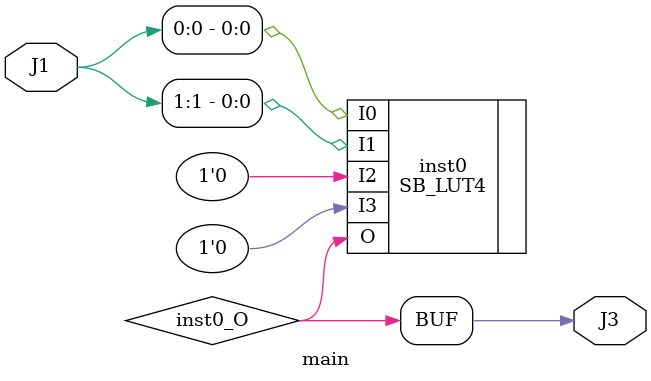
<source format=v>
module main (input [1:0] J1, output  J3);
wire  inst0_O;
SB_LUT4 #(.LUT_INIT(16'h0001)) inst0 (.I0(J1[0]), .I1(J1[1]), .I2(1'b0), .I3(1'b0), .O(inst0_O));
assign J3 = inst0_O;
endmodule


</source>
